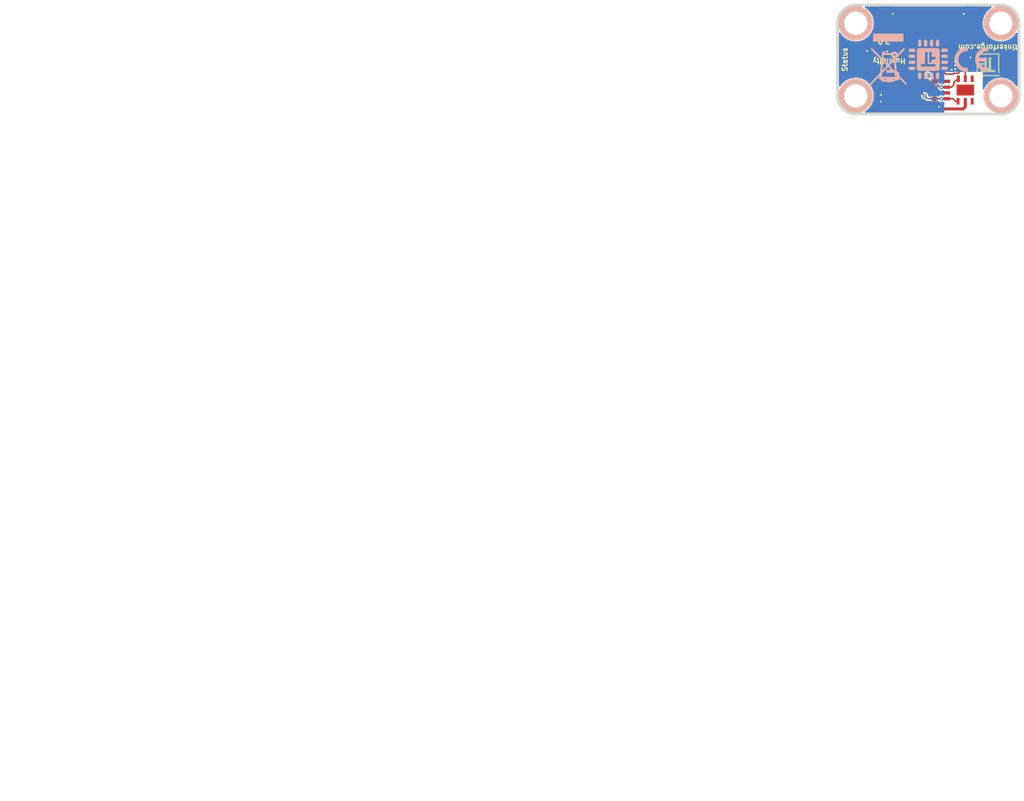
<source format=kicad_pcb>
(kicad_pcb (version 20211014) (generator pcbnew)
  (title_block (title "Humidity Bricklet") (date "2023-01-27") (rev "2.0") (company "Tinkerforge GmbH") (comment 1 "Licensed under CERN OHL v.1.1") (comment 2 "Copyright (©) 2023, B.Nordmeyer <bastian@tinkerforge.com>"))
  (layers (0 "F.Cu" signal) (31 "B.Cu" signal) (34 "B.Paste" user) (35 "F.Paste" user) (36 "B.SilkS" user "B.Silkscreen") (37 "F.SilkS" user "F.Silkscreen") (38 "B.Mask" user) (39 "F.Mask" user) (44 "Edge.Cuts" user))
  (net 0 "")
  (net 1 "GND")
  (net 2 "VCC")
  (net 3 "Net-(D101-Pad2)")
  (net 4 "Net-(P101-Pad4)")
  (net 5 "Net-(P101-Pad5)")
  (net 6 "Net-(P101-Pad6)")
  (net 7 "Net-(C102-Pad2)")
  (net 8 "Net-(R101-Pad1)")
  (net 9 "SDA")
  (net 10 "SCL")
  (net 11 "S-MISO")
  (net 12 "S-CS")
  (net 13 "S-CLK")
  (net 14 "S-MOSI")
  (net 15 "Net-(P102-Pad1)")
  (net 16 "Net-(P103-Pad2)")
  (net 17 "+5V")
  (net 18 "Net-(RP102-Pad6)")
  (net 19 "Net-(RP102-Pad8)")
  (net 20 "Net-(U101-Pad2)")
  (net 21 "Net-(U101-Pad3)")
  (net 22 "Net-(U101-Pad5)")
  (net 23 "Net-(U101-Pad6)")
  (net 24 "Net-(U101-Pad8)")
  (net 25 "Net-(U101-Pad11)")
  (net 26 "Net-(U101-Pad12)")
  (net 27 "Net-(U101-Pad13)")
  (net 28 "Net-(U101-Pad14)")
  (net 29 "Net-(U101-Pad16)")
  (net 30 "Net-(U101-Pad18)")
  (net 31 "Net-(U101-Pad20)")
  (net 32 "Net-(U101-Pad21)")
  (net 33 "Net-(U102-Pad3)")
  (net 34 "Net-(U102-Pad4)")
  (footprint "kicad-libraries:QFN24-4x4mm-0.5mm" (layer "F.Cu") (at 138.6 95.1 -45)
    (fp_text reference "U101")
    (fp_text value "XMC1100-16")
    (pad "1" smd oval locked (at -2.025 -1.25 315) (size 1 0.3) (layers "F.Cu" "F.Paste" "F.Mask") (net 11 "S-MISO"))
    (pad "2" smd oval locked (at -2.025 -0.75 315) (size 1 0.3) (layers "F.Cu" "F.Paste" "F.Mask") (net 20 "Net-(U101-Pad2)"))
    (pad "3" smd oval locked (at -2.025 -0.25 315) (size 1 0.3) (layers "F.Cu" "F.Paste" "F.Mask") (net 21 "Net-(U101-Pad3)"))
    (pad "4" smd oval locked (at -2.025 0.25 315) (size 1 0.3) (layers "F.Cu" "F.Paste" "F.Mask") (net 16 "Net-(P103-Pad2)"))
    (pad "5" smd oval locked (at -2.025 0.75 315) (size 1 0.3) (layers "F.Cu" "F.Paste" "F.Mask") (net 22 "Net-(U101-Pad5)"))
    (pad "6" smd oval locked (at -2.025 1.25 315) (size 1 0.3) (layers "F.Cu" "F.Paste" "F.Mask") (net 23 "Net-(U101-Pad6)"))
    (pad "7" smd oval locked (at -1.25 2.025 45) (size 1 0.3) (layers "F.Cu" "F.Paste" "F.Mask") (net 8 "Net-(R101-Pad1)"))
    (pad "8" smd oval locked (at -0.75 2.025 45) (size 1 0.3) (layers "F.Cu" "F.Paste" "F.Mask") (net 24 "Net-(U101-Pad8)"))
    (pad "9" smd oval locked (at -0.25 2.025 45) (size 1 0.3) (layers "F.Cu" "F.Paste" "F.Mask") (net 1 "GND"))
    (pad "10" smd oval locked (at 0.25 2.025 45) (size 1 0.3) (layers "F.Cu" "F.Paste" "F.Mask") (net 2 "VCC"))
    (pad "11" smd oval locked (at 0.75 2.025 45) (size 1 0.3) (layers "F.Cu" "F.Paste" "F.Mask") (net 25 "Net-(U101-Pad11)"))
    (pad "12" smd oval locked (at 1.25 2.025 45) (size 1 0.3) (layers "F.Cu" "F.Paste" "F.Mask") (net 26 "Net-(U101-Pad12)"))
    (pad "13" smd oval locked (at 2.025 1.25 315) (size 1 0.3) (layers "F.Cu" "F.Paste" "F.Mask") (net 27 "Net-(U101-Pad13)"))
    (pad "14" smd oval locked (at 2.025 0.75 315) (size 1 0.3) (layers "F.Cu" "F.Paste" "F.Mask") (net 28 "Net-(U101-Pad14)"))
    (pad "15" smd oval locked (at 2.025 0.25 315) (size 1 0.3) (layers "F.Cu" "F.Paste" "F.Mask") (net 15 "Net-(P102-Pad1)"))
    (pad "16" smd oval locked (at 2.025 -0.25 315) (size 1 0.3) (layers "F.Cu" "F.Paste" "F.Mask") (net 29 "Net-(U101-Pad16)"))
    (pad "17" smd oval locked (at 2.025 -0.75 315) (size 1 0.3) (layers "F.Cu" "F.Paste" "F.Mask") (net 9 "SDA"))
    (pad "18" smd oval locked (at 2.025 -1.25 315) (size 1 0.3) (layers "F.Cu" "F.Paste" "F.Mask") (net 30 "Net-(U101-Pad18)"))
    (pad "19" smd oval locked (at 1.25 -2.025 45) (size 1 0.3) (layers "F.Cu" "F.Paste" "F.Mask") (net 10 "SCL"))
    (pad "20" smd oval locked (at 0.75 -2.025 45) (size 1 0.3) (layers "F.Cu" "F.Paste" "F.Mask") (net 31 "Net-(U101-Pad20)"))
    (pad "21" smd oval locked (at 0.25 -2.025 45) (size 1 0.3) (layers "F.Cu" "F.Paste" "F.Mask") (net 32 "Net-(U101-Pad21)"))
    (pad "22" smd oval locked (at -0.25 -2.025 45) (size 1 0.3) (layers "F.Cu" "F.Paste" "F.Mask") (net 12 "S-CS"))
    (pad "23" smd oval locked (at -0.75 -2.025 45) (size 1 0.3) (layers "F.Cu" "F.Paste" "F.Mask") (net 13 "S-CLK"))
    (pad "24" smd oval locked (at -1.25 -2.025 45) (size 1 0.3) (layers "F.Cu" "F.Paste" "F.Mask") (net 14 "S-MOSI"))
    (pad "EXP" smd rect locked (at 0.65 -0.65 315) (size 1.3 1.3) (layers "F.Cu" "F.Paste" "F.Mask") (net 1 "GND"))
    (pad "EXP" smd rect locked (at -0.65 -0.65 315) (size 1.3 1.3) (layers "F.Cu" "F.Paste" "F.Mask") (net 1 "GND"))
    (pad "EXP" smd rect locked (at -0.65 0.65 315) (size 1.3 1.3) (layers "F.Cu" "F.Paste" "F.Mask") (net 1 "GND"))
    (pad "EXP" smd rect locked (at 0.65 0.65 315) (size 1.3 1.3) (layers "F.Cu" "F.Paste" "F.Mask") (net 1 "GND"))
  )
  (footprint "kicad-libraries:Logo_31x31" (layer "F.Cu") (at 151.5 93.9 180)
    (fp_text reference "G***" hide)
    (fp_text value "Logo_31x31" hide)
  )
  (footprint "kicad-libraries:DEBUG_PAD" (layer "F.Cu") (at 140.8 97.7)
    (fp_text reference "P102")
    (fp_text value "DEBUG")
    (pad "1" smd circle locked (at 0 0) (size 0.7 0.7) (layers "F.Cu" "F.Paste" "F.Mask") (net 15 "Net-(P102-Pad1)"))
  )
  (footprint "kicad-libraries:SolderJumper" (layer "F.Cu") (at 134.3 90.4)
    (fp_text reference "P103")
    (fp_text value "BOOT")
    (pad "1" smd rect locked (at -0.225 0.55) (size 0.95 0.3) (layers "F.Cu" "F.Mask") (net 1 "GND"))
    (pad "1" smd rect locked (at -0.225 -0.55) (size 0.95 0.3) (layers "F.Cu" "F.Mask") (net 1 "GND"))
    (pad "1" smd rect locked (at -0.5 0) (size 0.4 1.4) (layers "F.Cu" "F.Mask") (net 1 "GND"))
    (pad "2" smd rect locked (at 0.15 0) (size 0.6 0.5) (layers "F.Cu" "F.Mask") (net 16 "Net-(P103-Pad2)"))
    (pad "2" smd rect locked (at 0.55 0) (size 0.3 1.4) (layers "F.Cu" "F.Mask") (net 16 "Net-(P103-Pad2)"))
  )
  (footprint "kicad-libraries:Fiducial_Mark" (layer "F.Cu") (at 152.7 91.6 90)
    (fp_text reference "Fiducial_Mark" hide)
    (fp_text value "VAL**" hide)
    (pad "1" smd circle locked (at 0 0 90) (size 1.00076 1.00076) (layers "F.Cu" "F.Paste" "F.Mask") (clearance 0.65024))
  )
  (footprint "kicad-libraries:Fiducial_Mark" (layer "F.Cu") (at 138.2 85.6 90)
    (fp_text reference "Fiducial_Mark" hide)
    (fp_text value "VAL**" hide)
    (pad "1" smd circle locked (at 0 0 90) (size 1.00076 1.00076) (layers "F.Cu" "F.Paste" "F.Mask") (clearance 0.65024))
  )
  (footprint "kicad-libraries:DFN6-30x30_humidity" (layer "F.Cu") (at 146.8 95.8 180)
    (fp_text reference "U102")
    (fp_text value "HDC1080")
    (pad "1" smd rect locked (at 1 -1.55 180) (size 0.4 0.9) (layers "F.Cu" "F.Paste" "F.Mask") (net 9 "SDA"))
    (pad "2" smd rect locked (at 0 -1.55 180) (size 0.4 0.9) (layers "F.Cu" "F.Paste" "F.Mask") (net 1 "GND"))
    (pad "3" smd rect locked (at -0.95 -1.55 180) (size 0.4 0.9) (layers "F.Cu" "F.Paste" "F.Mask") (net 33 "Net-(U102-Pad3)"))
    (pad "4" smd rect locked (at -0.95 1.55 180) (size 0.4 0.9) (layers "F.Cu" "F.Paste" "F.Mask") (net 34 "Net-(U102-Pad4)"))
    (pad "5" smd rect locked (at 0 1.55 180) (size 0.4 0.9) (layers "F.Cu" "F.Paste" "F.Mask") (net 2 "VCC"))
    (pad "6" smd rect locked (at 0.95 1.55 180) (size 0.4 0.9) (layers "F.Cu" "F.Paste" "F.Mask") (net 10 "SCL"))
    (pad "EXP" smd rect locked (at 0 0 180) (size 2.4 1.5) (layers "F.Cu" "F.Paste" "F.Mask"))
  )
  (footprint "kicad-libraries:C0805" (layer "F.Cu") (at 144.1 90.7 180)
    (fp_text reference "C101")
    (fp_text value "10uF")
    (pad "1" smd rect locked (at -1.00076 0 180) (size 1.00076 1.24968) (layers "F.Cu" "F.Paste" "F.Mask") (net 1 "GND") (clearance 0.14986))
    (pad "2" smd rect locked (at 1.00076 0 180) (size 1.00076 1.24968) (layers "F.Cu" "F.Paste" "F.Mask") (net 2 "VCC") (clearance 0.14986))
  )
  (footprint "kicad-libraries:C0402F" (layer "F.Cu") (at 137.3 90.5)
    (fp_text reference "C102")
    (fp_text value "220pF")
    (pad "1" smd rect locked (at -0.5 0) (size 0.6 0.7) (layers "F.Cu" "F.Paste" "F.Mask") (net 1 "GND"))
    (pad "2" smd rect locked (at 0.5 0) (size 0.6 0.7) (layers "F.Cu" "F.Paste" "F.Mask") (net 7 "Net-(C102-Pad2)"))
  )
  (footprint "kicad-libraries:C0603F" (layer "F.Cu") (at 143.9 92.2 180)
    (fp_text reference "C103")
    (fp_text value "1uF")
    (pad "1" smd rect locked (at -0.75 0 180) (size 0.9 0.9) (layers "F.Cu" "F.Paste" "F.Mask") (net 1 "GND"))
    (pad "2" smd rect locked (at 0.75 0 180) (size 0.9 0.9) (layers "F.Cu" "F.Paste" "F.Mask") (net 2 "VCC"))
  )
  (footprint "kicad-libraries:C0603F" (layer "F.Cu") (at 136.2 97.5 135)
    (fp_text reference "C104")
    (fp_text value "100nF")
    (pad "1" smd rect locked (at -0.75 0 135) (size 0.9 0.9) (layers "F.Cu" "F.Paste" "F.Mask") (net 2 "VCC"))
    (pad "2" smd rect locked (at 0.75 0 135) (size 0.9 0.9) (layers "F.Cu" "F.Paste" "F.Mask") (net 1 "GND"))
  )
  (footprint "kicad-libraries:C0603F" (layer "F.Cu") (at 146.8 92 90)
    (fp_text reference "C105")
    (fp_text value "100nF")
    (pad "1" smd rect locked (at -0.75 0 90) (size 0.9 0.9) (layers "F.Cu" "F.Paste" "F.Mask") (net 2 "VCC"))
    (pad "2" smd rect locked (at 0.75 0 90) (size 0.9 0.9) (layers "F.Cu" "F.Paste" "F.Mask") (net 1 "GND"))
  )
  (footprint "kicad-libraries:D0603F" (layer "F.Cu") (at 131.4 91.6 90)
    (fp_text reference "D101")
    (fp_text value "blue")
    (pad "1" smd rect locked (at -0.75 0 90) (size 0.9 0.9) (layers "F.Cu" "F.Paste" "F.Mask") (net 2 "VCC"))
    (pad "2" smd rect locked (at 0.75 0 90) (size 0.9 0.9) (layers "F.Cu" "F.Paste" "F.Mask") (net 3 "Net-(D101-Pad2)"))
  )
  (footprint "kicad-libraries:CON-SENSOR2" (layer "F.Cu") (at 141.7 84.1 180)
    (fp_text reference "P101")
    (fp_text value "CON-SENSOR2")
    (pad "1" smd rect locked (at -3.75 -4.6 180) (size 0.6 1.8) (layers "F.Cu" "F.Paste" "F.Mask") (net 17 "+5V"))
    (pad "2" smd rect locked (at -2.5 -4.6 180) (size 0.6 1.8) (layers "F.Cu" "F.Paste" "F.Mask") (net 1 "GND"))
    (pad "3" smd rect locked (at -1.25 -4.6 180) (size 0.6 1.8) (layers "F.Cu" "F.Paste" "F.Mask") (net 2 "VCC"))
    (pad "4" smd rect locked (at 0 -4.6 180) (size 0.6 1.8) (layers "F.Cu" "F.Paste" "F.Mask") (net 4 "Net-(P101-Pad4)"))
    (pad "5" smd rect locked (at 1.25 -4.6 180) (size 0.6 1.8) (layers "F.Cu" "F.Paste" "F.Mask") (net 5 "Net-(P101-Pad5)"))
    (pad "6" smd rect locked (at 2.5 -4.6 180) (size 0.6 1.8) (layers "F.Cu" "F.Paste" "F.Mask") (net 6 "Net-(P101-Pad6)"))
    (pad "7" smd rect locked (at 3.75 -4.6 180) (size 0.6 1.8) (layers "F.Cu" "F.Paste" "F.Mask") (net 7 "Net-(C102-Pad2)"))
    (pad "EP" smd rect locked (at -5.9 -1.2 180) (size 1.4 2.4) (layers "F.Cu" "F.Paste" "F.Mask") (net 1 "GND"))
    (pad "EP" smd rect locked (at 5.9 -1.2 180) (size 1.4 2.4) (layers "F.Cu" "F.Paste" "F.Mask") (net 1 "GND"))
  )
  (footprint "kicad-libraries:R0603F" (layer "F.Cu") (at 134.2 93.1 135)
    (fp_text reference "R101")
    (fp_text value "1k")
    (pad "1" smd rect locked (at -0.75 0 135) (size 0.9 0.9) (layers "F.Cu" "F.Paste" "F.Mask") (net 8 "Net-(R101-Pad1)"))
    (pad "2" smd rect locked (at 0.75 0 135) (size 0.9 0.9) (layers "F.Cu" "F.Paste" "F.Mask") (net 3 "Net-(D101-Pad2)"))
  )
  (footprint "kicad-libraries:4X0402" (layer "F.Cu") (at 139.8 91 180)
    (fp_text reference "RP101")
    (fp_text value "82")
    (pad "1" smd rect locked (at -0.7493 0.575) (size 0.29972 0.65) (layers "F.Cu" "F.Paste" "F.Mask") (net 4 "Net-(P101-Pad4)"))
    (pad "2" smd rect locked (at -0.24892 0.575) (size 0.29972 0.65) (layers "F.Cu" "F.Paste" "F.Mask") (net 5 "Net-(P101-Pad5)"))
    (pad "3" smd rect locked (at 0.24892 0.575) (size 0.29972 0.65) (layers "F.Cu" "F.Paste" "F.Mask") (net 6 "Net-(P101-Pad6)"))
    (pad "4" smd rect locked (at 0.7493 0.575) (size 0.29972 0.65) (layers "F.Cu" "F.Paste" "F.Mask") (net 7 "Net-(C102-Pad2)"))
    (pad "5" smd rect locked (at 0.7493 -0.575 180) (size 0.29972 0.65) (layers "F.Cu" "F.Paste" "F.Mask") (net 11 "S-MISO"))
    (pad "6" smd rect locked (at 0.24892 -0.575 180) (size 0.29972 0.65) (layers "F.Cu" "F.Paste" "F.Mask") (net 14 "S-MOSI"))
    (pad "7" smd rect locked (at -0.24892 -0.575 180) (size 0.29972 0.65) (layers "F.Cu" "F.Paste" "F.Mask") (net 13 "S-CLK"))
    (pad "8" smd rect locked (at -0.7493 -0.575 180) (size 0.29972 0.65) (layers "F.Cu" "F.Paste" "F.Mask") (net 12 "S-CS"))
  )
  (footprint "kicad-libraries:0603X4" (layer "F.Cu") (at 143.4 95.8 90)
    (fp_text reference "RP102")
    (fp_text value "4k7")
    (pad "1" smd rect locked (at 1.19888 -0.8509 90) (size 0.44958 0.89916) (layers "F.Cu" "F.Paste" "F.Mask") (net 2 "VCC"))
    (pad "2" smd rect locked (at 0.39878 -0.8509 90) (size 0.44958 0.89916) (layers "F.Cu" "F.Paste" "F.Mask") (net 2 "VCC"))
    (pad "3" smd rect locked (at -0.39878 -0.8509 90) (size 0.44958 0.89916) (layers "F.Cu" "F.Paste" "F.Mask") (net 2 "VCC"))
    (pad "4" smd rect locked (at -1.19888 -0.8509 90) (size 0.44958 0.89916) (layers "F.Cu" "F.Paste" "F.Mask") (net 2 "VCC"))
    (pad "5" smd rect locked (at -1.19888 0.8509 90) (size 0.44958 0.89916) (layers "F.Cu" "F.Paste" "F.Mask") (net 9 "SDA"))
    (pad "6" smd rect locked (at -0.39878 0.8509 90) (size 0.44958 0.89916) (layers "F.Cu" "F.Paste" "F.Mask") (net 18 "Net-(RP102-Pad6)"))
    (pad "7" smd rect locked (at 0.39878 0.8509 90) (size 0.44958 0.89916) (layers "F.Cu" "F.Paste" "F.Mask") (net 10 "SCL"))
    (pad "8" smd rect locked (at 1.19888 0.8509 90) (size 0.44958 0.89916) (layers "F.Cu" "F.Paste" "F.Mask") (net 19 "Net-(RP102-Pad8)"))
  )
  (footprint "kicad-libraries:DRILL_NP" (layer "F.Cu") (at 131.7 86.6 90)
    (fp_text reference "U103" hide)
    (fp_text value "DRILL" hide)
    (pad "" np_thru_hole circle (at 0 0 90) (size 3.2 3.2) (drill 3.2) (layers F&B.Cu *.Mask) (clearance 0.89))
  )
  (footprint "kicad-libraries:DRILL_NP" (layer "F.Cu") (at 151.7 86.6 90)
    (fp_text reference "U104" hide)
    (fp_text value "DRILL" hide)
    (pad "" np_thru_hole circle (at 0 0 90) (size 3.2 3.2) (drill 3.2) (layers F&B.Cu *.Mask) (clearance 0.89))
  )
  (footprint "kicad-libraries:DRILL_NP" (layer "F.Cu") (at 131.7 96.6 90)
    (fp_text reference "U105" hide)
    (fp_text value "DRILL" hide)
    (pad "" np_thru_hole circle (at 0 0 90) (size 3.2 3.2) (drill 3.2) (layers F&B.Cu *.Mask) (clearance 0.89))
  )
  (footprint "kicad-libraries:DRILL_NP" (layer "F.Cu") (at 151.7 96.6 90)
    (fp_text reference "U106" hide)
    (fp_text value "DRILL" hide)
    (pad "" np_thru_hole circle (at 0 0 90) (size 3.2 3.2) (drill 3.2) (layers F&B.Cu *.Mask) (clearance 0.89))
  )
  (footprint "kicad-libraries:Logo_CoMCU" (layer "B.Cu") (at 141.7 91.6)
    (fp_text reference "G***" hide)
    (fp_text value "LOGO" hide)
  )
  (footprint "kicad-libraries:WEEE_7mm" (layer "B.Cu") (at 136.2 91.6)
    (fp_text reference "G***" hide)
    (fp_text value "LOGO" hide)
  )
  (footprint "kicad-libraries:CE_5mm" (layer "B.Cu") (at 147.7 91.6)
    (fp_text reference "VAL" hide)
    (fp_text value "CE_5mm" hide)
  )
  (gr_line (start 129.2 86.6) (end 129.2 96.6) (layer "Edge.Cuts") (width 0.381))
  (gr_arc (start 151.7 84.1) (mid 153.467767 84.832233) (end 154.2 86.6) (layer "Edge.Cuts") (width 0.381))
  (gr_line (start 151.7 84.1) (end 131.7 84.1) (layer "Edge.Cuts") (width 0.381))
  (gr_line (start 131.7 99.1) (end 151.7 99.1) (layer "Edge.Cuts") (width 0.381))
  (gr_arc (start 131.7 99.1) (mid 129.932233 98.367767) (end 129.2 96.6) (layer "Edge.Cuts") (width 0.381))
  (gr_arc (start 154.2 96.6) (mid 153.467767 98.367767) (end 151.7 99.1) (layer "Edge.Cuts") (width 0.381))
  (gr_arc (start 129.2 86.6) (mid 129.932233 84.832233) (end 131.7 84.1) (layer "Edge.Cuts") (width 0.381))
  (gr_line (start 154.2 96.6) (end 154.2 86.6) (layer "Edge.Cuts") (width 0.381))
  (gr_text "Humidity" (at 136.3 91.8 180) (layer "F.SilkS") (effects (font (size 0.7 0.7))))
  (gr_text "tinkerforge.com" (at 149.9 89.9 180) (layer "F.SilkS") (effects (font (size 0.7 0.7))))
  (gr_text "Status" (at 130.2 91.6 90) (layer "F.SilkS") (effects (font (size 0.7 0.7))))
  (gr_text "2.0" (at 135.6 89.1 180) (layer "F.SilkS") (effects (font (size 0.7 0.7))))
  (segment (start 136.546447 96.8) (end 135.83934 96.8) (width 0.25) (layer "F.Cu") (net 1))
  (segment (start 135.83934 96.8) (end 135.66967 96.96967) (width 0.25) (layer "F.Cu") (net 1))
  (segment (start 145.1 92.2) (end 145.4 91.9) (width 0.5) (layer "F.Cu") (net 1))
  (segment (start 145.2 92.2) (end 145.4 92.4) (width 0.5) (layer "F.Cu") (net 1))
  (segment (start 144.65 92.25) (end 145.3 92.9) (width 0.5) (layer "F.Cu") (net 1))
  (segment (start 145.3 92.9) (end 145.4 92.9) (width 0.5) (layer "F.Cu") (net 1))
  (segment (start 144.65 92.75) (end 144.9 93) (width 0.5) (layer "F.Cu") (net 1))
  (segment (start 144.2 89.3) (end 145.10076 90.20076) (width 0.5) (layer "F.Cu") (net 1))
  (segment (start 145.10076 90.20076) (end 145.10076 90.7) (width 0.5) (layer "F.Cu") (net 1))
  (segment (start 145.10076 91.29924) (end 144.65 91.75) (width 0.5) (layer "F.Cu") (net 1))
  (segment (start 144.65 91.75) (end 144.65 92.2) (width 0.5) (layer "F.Cu") (net 1))
  (segment (start 137.680761 95.665686) (end 137.680761 95.1) (width 0.25) (layer "F.Cu") (net 1))
  (segment (start 133.8 90.95) (end 134.1 90.95) (width 0.25) (layer "F.Cu") (net 1))
  (segment (start 134.1 90.95) (end 134.075 90.95) (width 0.25) (layer "F.Cu") (net 1))
  (segment (start 133.8 89.85) (end 134.1 89.85) (width 0.25) (layer "F.Cu") (net 1))
  (segment (start 134.1 89.85) (end 134.075 89.85) (width 0.25) (layer "F.Cu") (net 1))
  (segment (start 147.45 91.25) (end 147.5 91.3) (width 0.4) (layer "F.Cu") (net 1))
  (segment (start 146.8 98.1) (end 146.5 98.4) (width 0.4) (layer "F.Cu") (net 1))
  (segment (start 146.5 98.4) (end 143.5 98.4) (width 0.4) (layer "F.Cu") (net 1))
  (segment (start 143.5 98.4) (end 143.2 98.1) (width 0.4) (layer "F.Cu") (net 1))
  (segment (start 145.10076 90.7) (end 145.10076 91.29924) (width 0.5) (layer "F.Cu") (net 1))
  (segment (start 133.8 90.4) (end 133.8 90.95) (width 0.25) (layer "F.Cu") (net 1))
  (segment (start 146.8 97.35) (end 146.8 98.1) (width 0.4) (layer "F.Cu") (net 1))
  (segment (start 136.991332 96.355115) (end 136.546447 96.8) (width 0.25) (layer "F.Cu") (net 1))
  (segment (start 133.8 90.4) (end 133.25 90.4) (width 0.25) (layer "F.Cu") (net 1))
  (segment (start 144.65 92.2) (end 144.65 92.25) (width 0.5) (layer "F.Cu") (net 1))
  (segment (start 147.6 85.3) (end 146.6 85.3) (width 0.5) (layer "F.Cu") (net 1))
  (segment (start 138.6 94.180761) (end 137.680761 95.1) (width 0.25) (layer "F.Cu") (net 1))
  (segment (start 144.65 92.2) (end 144.65 92.75) (width 0.5) (layer "F.Cu") (net 1))
  (segment (start 133.8 90.4) (end 133.8 89.85) (width 0.25) (layer "F.Cu") (net 1))
  (segment (start 139.519239 95.1) (end 138.6 96.019239) (width 0.25) (layer "F.Cu") (net 1))
  (segment (start 136.65 90.5) (end 136 90.5) (width 0.5) (layer "F.Cu") (net 1))
  (segment (start 135.1703 96.4703) (end 135.1703 96.4396) (width 0.5) (layer "F.Cu") (net 1))
  (segment (start 135.66967 96.96967) (end 135.1703 96.4703) (width 0.5) (layer "F.Cu") (net 1))
  (segment (start 135.23934 97.4) (end 135.66967 96.96967) (width 0.5) (layer "F.Cu") (net 1))
  (segment (start 135.8 85.3) (end 136.8 85.3) (width 0.5) (layer "F.Cu") (net 1))
  (segment (start 144.65 92.2) (end 145.2 92.2) (width 0.5) (layer "F.Cu") (net 1))
  (segment (start 144.2 88.7) (end 144.2 89.3) (width 0.5) (layer "F.Cu") (net 1))
  (segment (start 146.8 91.25) (end 147.45 91.25) (width 0.4) (layer "F.Cu") (net 1))
  (segment (start 144.65 92.2) (end 145.1 92.2) (width 0.5) (layer "F.Cu") (net 1))
  (segment (start 137.680761 95.1) (end 138.6 96.019239) (width 0.25) (layer "F.Cu") (net 1))
  (segment (start 135.2 97.4) (end 135.23934 97.4) (width 0.5) (layer "F.Cu") (net 1))
  (segment (start 136.991332 96.355115) (end 137.680761 95.665686) (width 0.25) (layer "F.Cu") (net 1))
  (via (at 144.9 93) (size 0.55) (drill 0.25) (layers "F.Cu" "B.Cu") (net 1))
  (via (at 147.5 91.3) (size 0.55) (drill 0.25) (layers "F.Cu" "B.Cu") (net 1))
  (via (at 143.2 98.1) (size 0.55) (drill 0.25) (layers "F.Cu" "B.Cu") (net 1))
  (via (at 136 90.5) (size 0.55) (drill 0.25) (layers "F.Cu" "B.Cu") (net 1))
  (via (at 136.8 85.3) (size 0.55) (drill 0.25) (layers "F.Cu" "B.Cu") (net 1))
  (via (at 145.4 91.9) (size 0.55) (drill 0.25) (layers "F.Cu" "B.Cu") (net 1))
  (via (at 145.4 92.4) (size 0.55) (drill 0.25) (layers "F.Cu" "B.Cu") (net 1))
  (via (at 135.1703 96.4396) (size 0.55) (drill 0.25) (layers "F.Cu" "B.Cu") (net 1))
  (via (at 135.2 97.4) (size 0.55) (drill 0.25) (layers "F.Cu" "B.Cu") (net 1))
  (via (at 146.6 85.3) (size 0.55) (drill 0.25) (layers "F.Cu" "B.Cu") (net 1))
  (via (at 145.4 92.9) (size 0.55) (drill 0.25) (layers "F.Cu" "B.Cu") (net 1))
  (via (at 133.25 90.4) (size 0.55) (drill 0.25) (layers "F.Cu" "B.Cu") (net 1))
  (segment (start 136.9 97.153553) (end 136.9 97.86066) (width 0.25) (layer "F.Cu") (net 2))
  (segment (start 136.9 97.86066) (end 136.73033 98.03033) (width 0.25) (layer "F.Cu") (net 2))
  (segment (start 140.2 98.4) (end 137.1 98.4) (width 0.25) (layer "F.Cu") (net 2))
  (segment (start 142.95 89.75) (end 143.09924 89.89924) (width 0.5) (layer "F.Cu") (net 2))
  (segment (start 143.09924 89.89924) (end 143.09924 90.7) (width 0.5) (layer "F.Cu") (net 2))
  (segment (start 143.09924 92.14924) (end 143.15 92.2) (width 0.5) (layer "F.Cu") (net 2))
  (segment (start 141.4 98.4) (end 140.2 98.4) (width 0.25) (layer "F.Cu") (net 2))
  (segment (start 143.15 92.95) (end 142.5491 93.5509) (width 0.25) (layer "F.Cu") (net 2))
  (segment (start 142.5491 93.5509) (end 142.5491 94.60112) (width 0.25) (layer "F.Cu") (net 2))
  (segment (start 142.5491 97.2509) (end 141.4 98.4) (width 0.25) (layer "F.Cu") (net 2))
  (segment (start 146.55 92.75) (end 145.8 93.5) (width 0.2) (layer "F.Cu") (net 2))
  (segment (start 145.8 93.5) (end 145.2 93.5) (width 0.2) (layer "F.Cu") (net 2))
  (segment (start 145.2 93.5) (end 145.1 93.6) (width 0.2) (layer "F.Cu") (net 2))
  (segment (start 145.1 93.6) (end 144.1 93.6) (width 0.2) (layer "F.Cu") (net 2))
  (segment (start 144.1 93.6) (end 143.15 92.65) (width 0.2) (layer "F.Cu") (net 2))
  (segment (start 143.15 92.65) (end 143.15 92.2) (width 0.2) (layer "F.Cu") (net 2))
  (segment (start 137.344885 96.708668) (end 136.9 97.153553) (width 0.25) (layer "F.Cu") (net 2))
  (segment (start 142.5491 94.60112) (end 142.5491 95.40122) (width 0.25) (layer "F.Cu") (net 2))
  (segment (start 146.8 92.75) (end 146.55 92.75) (width 0.2) (layer "F.Cu") (net 2))
  (segment (start 131.4 92.35) (end 130.55 92.35) (width 0.2) (layer "F.Cu") (net 2))
  (segment (start 142.5491 96.19878) (end 142.5491 96.99888) (width 0.25) (layer "F.Cu") (net 2))
  (segment (start 130.4 92.2) (end 130.4 90.3) (width 0.2) (layer "F.Cu") (net 2))
  (segment (start 130.8 89.9) (end 133.007537 89.9) (width 0.2) (layer "F.Cu") (net 2))
  (segment (start 143.15 92.2) (end 143.15 92.55) (width 0.25) (layer "F.Cu") (net 2))
  (segment (start 142.5491 95.40122) (end 142.5491 96.19878) (width 0.25) (layer "F.Cu") (net 2))
  (segment (start 146.8 94.25) (end 146.8 92.75) (width 0.2) (layer "F.Cu") (net 2))
  (segment (start 142.5491 96.99888) (end 142.5491 97.2509) (width 0.25) (layer "F.Cu") (net 2))
  (segment (start 133.007537 89.9) (end 133.457537 89.45) (width 0.2) (layer "F.Cu") (net 2))
  (segment (start 137.2 87.2) (end 142.7 87.2) (width 0.2) (layer "F.Cu") (net 2))
  (segment (start 142.7 87.2) (end 142.95 87.45) (width 0.2) (layer "F.Cu") (net 2))
  (segment (start 142.95 88.7) (end 142.95 89.75) (width 0.5) (layer "F.Cu") (net 2))
  (segment (start 143.09924 90.7) (end 143.09924 92.14924) (width 0.5) (layer "F.Cu") (net 2))
  (segment (start 134.95 89.45) (end 137.2 87.2) (width 0.2) (layer "F.Cu") (net 2))
  (segment (start 137.1 98.4) (end 136.73033 98.03033) (width 0.25) (layer "F.Cu") (net 2))
  (segment (start 130.55 92.35) (end 130.4 92.2) (width 0.2) (layer "F.Cu") (net 2))
  (segment (start 133.457537 89.45) (end 134.95 89.45) (width 0.2) (layer "F.Cu") (net 2))
  (segment (start 142.95 87.45) (end 142.95 88.7) (width 0.2) (layer "F.Cu") (net 2))
  (segment (start 143.15 92.2) (end 143.15 92.95) (width 0.25) (layer "F.Cu") (net 2))
  (segment (start 130.4 90.3) (end 130.8 89.9) (width 0.2) (layer "F.Cu") (net 2))
  (segment (start 131.8499 90.7499) (end 133.66967 92.56967) (width 0.25) (layer "F.Cu") (net 3))
  (segment (start 131.6002 90.7499) (end 131.8499 90.7499) (width 0.25) (layer "F.Cu") (net 3))
  (segment (start 131.5001 90.85) (end 131.6002 90.7499) (width 0.25) (layer "F.Cu") (net 3))
  (segment (start 140.5493 90.2507) (end 140.8 90) (width 0.25) (layer "F.Cu") (net 4))
  (segment (start 140.8 90) (end 141.2 90) (width 0.25) (layer "F.Cu") (net 4))
  (segment (start 141.2 90) (end 141.7 89.5) (width 0.25) (layer "F.Cu") (net 4))
  (segment (start 141.7 89.5) (end 141.7 88.7) (width 0.25) (layer "F.Cu") (net 4))
  (segment (start 140.5493 90.425) (end 140.5493 90.2507) (width 0.25) (layer "F.Cu") (net 4))
  (segment (start 140.04892 89.95108) (end 140.45 89.55) (width 0.25) (layer "F.Cu") (net 5))
  (segment (start 140.45 89.55) (end 140.45 88.7) (width 0.25) (layer "F.Cu") (net 5))
  (segment (start 140.04892 90.425) (end 140.04892 89.95108) (width 0.25) (layer "F.Cu") (net 5))
  (segment (start 139.55108 89.95108) (end 139.2 89.6) (width 0.25) (layer "F.Cu") (net 6))
  (segment (start 139.2 89.6) (end 139.2 88.7) (width 0.25) (layer "F.Cu") (net 6))
  (segment (start 139.55108 90.425) (end 139.55108 89.95108) (width 0.25) (layer "F.Cu") (net 6))
  (segment (start 138.9757 90.5) (end 137.95 90.5) (width 0.25) (layer "F.Cu") (net 7))
  (segment (start 137.95 88.7) (end 137.95 90.5) (width 0.25) (layer "F.Cu") (net 7))
  (segment (start 139.0507 90.425) (end 138.9757 90.5) (width 0.25) (layer "F.Cu") (net 7))
  (segment (start 135.1 94) (end 134.73033 93.63033) (width 0.25) (layer "F.Cu") (net 8))
  (segment (start 136.284225 95.648008) (end 135.932233 96) (width 0.25) (layer "F.Cu") (net 8))
  (segment (start 135.1 95.6) (end 135.1 94) (width 0.25) (layer "F.Cu") (net 8))
  (segment (start 135.932233 96) (end 135.5 96) (width 0.25) (layer "F.Cu") (net 8))
  (segment (start 135.5 96) (end 135.1 95.6) (width 0.25) (layer "F.Cu") (net 8))
  (segment (start 145.45 97.35) (end 145.09888 96.99888) (width 0.2) (layer "F.Cu") (net 9))
  (segment (start 145.09888 96.99888) (end 144.2509 96.99888) (width 0.2) (layer "F.Cu") (net 9))
  (segment (start 143.50112 96.99888) (end 143.5 97) (width 0.2) (layer "F.Cu") (net 9))
  (segment (start 141.16066 96.6) (end 141.2 96.6) (width 0.2) (layer "F.Cu") (net 9))
  (segment (start 145.8 97.35) (end 145.45 97.35) (width 0.2) (layer "F.Cu") (net 9))
  (segment (start 144.2509 96.99888) (end 143.50112 96.99888) (width 0.2) (layer "F.Cu") (net 9))
  (segment (start 141.16066 96.6) (end 140.562221 96.001561) (width 0.2) (layer "F.Cu") (net 9))
  (via (at 143.5 97) (size 0.55) (drill 0.25) (layers "F.Cu" "B.Cu") (net 9))
  (via (at 141.2 96.6) (size 0.55) (drill 0.25) (layers "F.Cu" "B.Cu") (net 9))
  (segment (start 141.6 97) (end 141.2 96.6) (width 0.2) (layer "B.Cu") (net 9))
  (segment (start 143.5 97) (end 141.6 97) (width 0.2) (layer "B.Cu") (net 9))
  (segment (start 145.75 94.25) (end 145.2 94.8) (width 0.2) (layer "F.Cu") (net 10))
  (segment (start 145.2 94.8) (end 145.2 95.1) (width 0.2) (layer "F.Cu") (net 10))
  (segment (start 145.2 95.1) (end 144.89878 95.40122) (width 0.2) (layer "F.Cu") (net 10))
  (segment (start 144.89878 95.40122) (end 144.2509 95.40122) (width 0.2) (layer "F.Cu") (net 10))
  (segment (start 143.50122 95.40122) (end 143.5 95.4) (width 0.2) (layer "F.Cu") (net 10))
  (segment (start 141.6 93.867767) (end 141.6 93.7) (width 0.2) (layer "F.Cu") (net 10))
  (segment (start 145.85 94.25) (end 145.75 94.25) (width 0.2) (layer "F.Cu") (net 10))
  (segment (start 144.2509 95.40122) (end 143.50122 95.40122) (width 0.2) (layer "F.Cu") (net 10))
  (segment (start 141.6 93.867767) (end 140.915775 94.551992) (width 0.2) (layer "F.Cu") (net 10))
  (via (at 143.5 95.4) (size 0.55) (drill 0.25) (layers "F.Cu" "B.Cu") (net 10))
  (via (at 141.6 93.7) (size 0.55) (drill 0.25) (layers "F.Cu" "B.Cu") (net 10))
  (segment (start 143.3 95.4) (end 143.5 95.4) (width 0.2) (layer "B.Cu") (net 10))
  (segment (start 141.6 93.7) (end 143.3 95.4) (width 0.2) (layer "B.Cu") (net 10))
  (segment (start 139.0507 91.785517) (end 139.0507 91.575) (width 0.25) (layer "F.Cu") (net 11))
  (segment (start 138.051992 92.784225) (end 139.0507 91.785517) (width 0.25) (layer "F.Cu") (net 11))
  (segment (start 140.5493 92.797147) (end 140.5493 91.575) (width 0.25) (layer "F.Cu") (net 12))
  (segment (start 139.855115 93.491332) (end 140.5493 92.797147) (width 0.25) (layer "F.Cu") (net 12))
  (segment (start 140.04892 92.59042) (end 140.04892 91.575) (width 0.25) (layer "F.Cu") (net 13))
  (segment (start 139.501561 93.137779) (end 140.04892 92.59042) (width 0.25) (layer "F.Cu") (net 13))
  (segment (start 139.55108 92.381153) (end 139.55108 91.575) (width 0.25) (layer "F.Cu") (net 14))
  (segment (start 139.148008 92.784225) (end 139.55108 92.381153) (width 0.25) (layer "F.Cu") (net 14))
  (segment (start 140.8 97.653553) (end 140.8 97.7) (width 0.25) (layer "F.Cu") (net 15))
  (segment (start 139.855115 96.708668) (end 140.8 97.653553) (width 0.25) (layer "F.Cu") (net 15))
  (segment (start 135.45 92.303553) (end 135.45 90.8) (width 0.25) (layer "F.Cu") (net 16))
  (segment (start 135.45 90.8) (end 135.05 90.4) (width 0.25) (layer "F.Cu") (net 16))
  (segment (start 135.05 90.4) (end 134.85 90.4) (width 0.25) (layer "F.Cu") (net 16))
  (segment (start 134.45 90.4) (end 134.85 90.4) (width 0.25) (layer "F.Cu") (net 16))
  (segment (start 136.991332 93.844885) (end 135.45 92.303553) (width 0.25) (layer "F.Cu") (net 16))
  (zone (net 1) (net_name "GND") (layer "B.Cu") (connect_pads yes (clearance 0.2)) (min_thickness 0.2) (fill yes (thermal_gap 0.21) (thermal_bridge_width 0.21))
    (polygon (pts (xy 129.2 99.1) (xy 129.2 84.1) (xy 154.2 84.1) (xy 154.2 99.1)))
  )
  (zone (net 0) (net_name "") (layer "B.Cu") (connect_pads (clearance 0)) (min_thickness 0.2)
    (keepout (tracks allowed) (vias allowed) (pads allowed) (copperpour not_allowed) (footprints allowed))
    (fill (thermal_gap 0.21) (thermal_bridge_width 0.21))
    (polygon (pts (xy 149.2 99) (xy 143.9 99.1) (xy 143.9 93.3) (xy 149.2 93.3)))
  )
)
</source>
